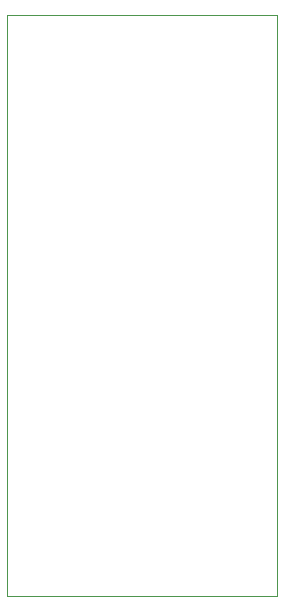
<source format=gbr>
%TF.GenerationSoftware,KiCad,Pcbnew,(6.0.4)*%
%TF.CreationDate,2022-06-11T16:48:39+08:00*%
%TF.ProjectId,G030F6P6_test,47303330-4636-4503-965f-746573742e6b,rev?*%
%TF.SameCoordinates,Original*%
%TF.FileFunction,Profile,NP*%
%FSLAX46Y46*%
G04 Gerber Fmt 4.6, Leading zero omitted, Abs format (unit mm)*
G04 Created by KiCad (PCBNEW (6.0.4)) date 2022-06-11 16:48:39*
%MOMM*%
%LPD*%
G01*
G04 APERTURE LIST*
%TA.AperFunction,Profile*%
%ADD10C,0.100000*%
%TD*%
G04 APERTURE END LIST*
D10*
X119380000Y-55880000D02*
X142240000Y-55880000D01*
X142240000Y-55880000D02*
X142240000Y-105029000D01*
X142240000Y-105029000D02*
X119380000Y-105029000D01*
X119380000Y-105029000D02*
X119380000Y-55880000D01*
M02*

</source>
